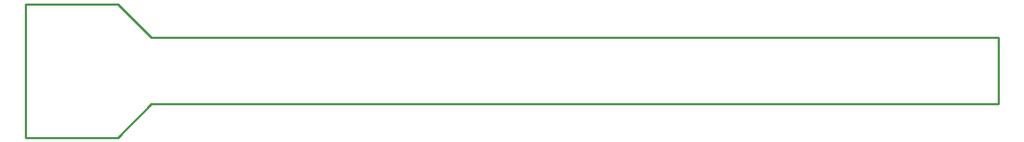
<source format=gbr>
G04 EAGLE Gerber RS-274X export*
G75*
%MOMM*%
%FSLAX34Y34*%
%LPD*%
%IN*%
%IPPOS*%
%AMOC8*
5,1,8,0,0,1.08239X$1,22.5*%
G01*
%ADD10C,0.254000*%


D10*
X35500Y558200D02*
X145500Y558200D01*
X185500Y598200D01*
X1195500Y598200D01*
X1195500Y678200D01*
X185500Y678200D01*
X145500Y718200D01*
X35500Y718200D01*
X35500Y558200D01*
M02*

</source>
